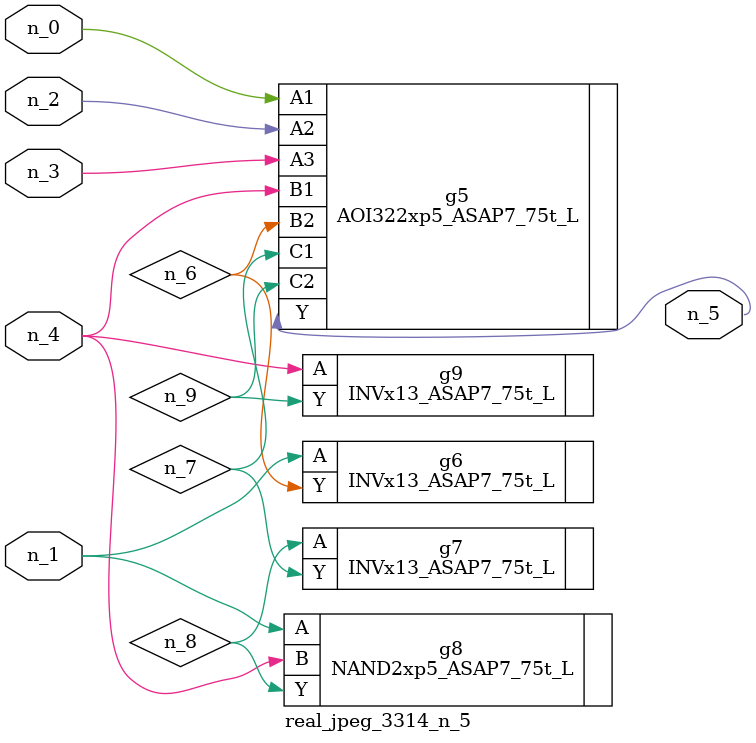
<source format=v>
module real_jpeg_3314_n_5 (n_4, n_0, n_1, n_2, n_3, n_5);

input n_4;
input n_0;
input n_1;
input n_2;
input n_3;

output n_5;

wire n_8;
wire n_6;
wire n_7;
wire n_9;

AOI322xp5_ASAP7_75t_L g5 ( 
.A1(n_0),
.A2(n_2),
.A3(n_3),
.B1(n_4),
.B2(n_6),
.C1(n_7),
.C2(n_9),
.Y(n_5)
);

INVx13_ASAP7_75t_L g6 ( 
.A(n_1),
.Y(n_6)
);

NAND2xp5_ASAP7_75t_L g8 ( 
.A(n_1),
.B(n_4),
.Y(n_8)
);

INVx13_ASAP7_75t_L g9 ( 
.A(n_4),
.Y(n_9)
);

INVx13_ASAP7_75t_L g7 ( 
.A(n_8),
.Y(n_7)
);


endmodule
</source>
